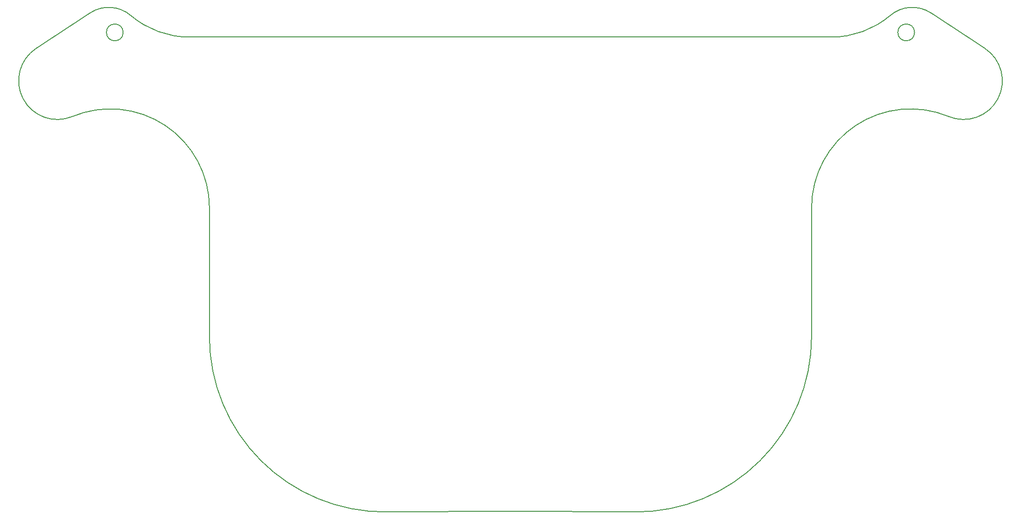
<source format=gbr>
%TF.GenerationSoftware,KiCad,Pcbnew,9.0.1*%
%TF.CreationDate,2026-02-02T11:40:33-05:00*%
%TF.ProjectId,Volante Maquinillo,566f6c61-6e74-4652-904d-617175696e69,rev?*%
%TF.SameCoordinates,Original*%
%TF.FileFunction,Profile,NP*%
%FSLAX46Y46*%
G04 Gerber Fmt 4.6, Leading zero omitted, Abs format (unit mm)*
G04 Created by KiCad (PCBNEW 9.0.1) date 2026-02-02 11:40:33*
%MOMM*%
%LPD*%
G01*
G04 APERTURE LIST*
%TA.AperFunction,Profile*%
%ADD10C,0.200000*%
%TD*%
G04 APERTURE END LIST*
D10*
X130333591Y-138887102D02*
G75*
G02*
X98795800Y-107452209I-102731J31434892D01*
G01*
X152690274Y-138814040D02*
X175046951Y-138887102D01*
X74251937Y-68037103D02*
G75*
G02*
X98795802Y-84398489I6818533J-16361387D01*
G01*
X237610149Y-55837884D02*
X227933113Y-49471490D01*
X220679114Y-49924506D02*
G75*
G02*
X210143821Y-53809886I-10535314J12340706D01*
G01*
X206584751Y-84398489D02*
G75*
G02*
X231128617Y-68037088I17725349J-11D01*
G01*
X152690274Y-53809867D02*
X210143821Y-53809867D01*
X220679114Y-49924506D02*
G75*
G02*
X227933084Y-49471534I3928486J-4601794D01*
G01*
X83355890Y-52968175D02*
G75*
G02*
X80355890Y-52968175I-1500000J0D01*
G01*
X80355890Y-52968175D02*
G75*
G02*
X83355890Y-52968175I1500000J0D01*
G01*
X225024658Y-52968175D02*
G75*
G02*
X222024658Y-52968175I-1500000J0D01*
G01*
X222024658Y-52968175D02*
G75*
G02*
X225024658Y-52968175I1500000J0D01*
G01*
X206584751Y-84398489D02*
X206584751Y-107452199D01*
X130333591Y-138887102D02*
X152690274Y-138814040D01*
X237610149Y-55837884D02*
G75*
G02*
X231128609Y-68037108I-3812879J-5795646D01*
G01*
X67791328Y-55824115D02*
X77447441Y-49471487D01*
X98795801Y-84398489D02*
X98795798Y-84398489D01*
X77447441Y-49471487D02*
G75*
G02*
X84701426Y-49924517I3325459J-5054713D01*
G01*
X98795798Y-84398489D02*
X98795798Y-107452209D01*
X152690274Y-53809867D02*
X95236721Y-53809867D01*
X95236721Y-53809867D02*
G75*
G02*
X84701427Y-49924516I-21J16226067D01*
G01*
X74251937Y-68037103D02*
G75*
G02*
X67791338Y-55824130I-2668637J6403603D01*
G01*
X206584751Y-107452199D02*
G75*
G02*
X175046951Y-138887103I-31435071J-1D01*
G01*
M02*

</source>
